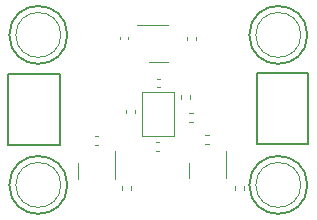
<source format=gbr>
%TF.GenerationSoftware,KiCad,Pcbnew,7.0.8-7.0.8~ubuntu22.04.1*%
%TF.CreationDate,2023-11-20T16:19:22-08:00*%
%TF.ProjectId,uv_abc_sensor,75765f61-6263-45f7-9365-6e736f722e6b,rev?*%
%TF.SameCoordinates,Original*%
%TF.FileFunction,Legend,Top*%
%TF.FilePolarity,Positive*%
%FSLAX46Y46*%
G04 Gerber Fmt 4.6, Leading zero omitted, Abs format (unit mm)*
G04 Created by KiCad (PCBNEW 7.0.8-7.0.8~ubuntu22.04.1) date 2023-11-20 16:19:22*
%MOMM*%
%LPD*%
G01*
G04 APERTURE LIST*
%ADD10C,0.120000*%
%ADD11C,0.150000*%
%ADD12C,0.100000*%
%ADD13C,0.050000*%
G04 APERTURE END LIST*
D10*
%TO.C,R2*%
X60453000Y-66475041D02*
X60453000Y-66167759D01*
X61213000Y-66475041D02*
X61213000Y-66167759D01*
D11*
%TO.C,J2*%
X71866000Y-56580000D02*
X76216000Y-56580000D01*
X76216000Y-59580000D02*
X76216000Y-56580000D01*
X76216000Y-62580000D02*
X76216000Y-59580000D01*
X76216000Y-62580000D02*
X71866000Y-62580000D01*
X71866000Y-62580000D02*
X71866000Y-56580000D01*
D10*
%TO.C,C4*%
X66679400Y-53511564D02*
X66679400Y-53727236D01*
X65959400Y-53511564D02*
X65959400Y-53727236D01*
D12*
%TO.C,U1*%
X62150000Y-58185800D02*
X64850000Y-58185800D01*
X64850000Y-58185800D02*
X64850000Y-61935800D01*
X64850000Y-61935800D02*
X62150000Y-61935800D01*
X62150000Y-61935800D02*
X62150000Y-58185800D01*
D13*
%TO.C,M3*%
X75560000Y-66040000D02*
G75*
G03*
X75560000Y-66040000I-1900000J0D01*
G01*
D11*
X76110000Y-66040000D02*
G75*
G03*
X76110000Y-66040000I-2450000J0D01*
G01*
D10*
%TO.C,R4*%
X58419241Y-62635400D02*
X58111959Y-62635400D01*
X58419241Y-61875400D02*
X58111959Y-61875400D01*
%TO.C,R7*%
X60795000Y-59968641D02*
X60795000Y-59661359D01*
X61555000Y-59968641D02*
X61555000Y-59661359D01*
D11*
%TO.C,J1*%
X55162000Y-62690000D02*
X50812000Y-62690000D01*
X50812000Y-59690000D02*
X50812000Y-62690000D01*
X50812000Y-56690000D02*
X50812000Y-59690000D01*
X50812000Y-56690000D02*
X55162000Y-56690000D01*
X55162000Y-56690000D02*
X55162000Y-62690000D01*
D10*
%TO.C,C3*%
X60939000Y-53486164D02*
X60939000Y-53701836D01*
X60219000Y-53486164D02*
X60219000Y-53701836D01*
%TO.C,R1*%
X66155000Y-58461359D02*
X66155000Y-58768641D01*
X65395000Y-58461359D02*
X65395000Y-58768641D01*
D13*
%TO.C,M2*%
X75560000Y-53340000D02*
G75*
G03*
X75560000Y-53340000I-1900000J0D01*
G01*
D11*
X76110000Y-53340000D02*
G75*
G03*
X76110000Y-53340000I-2450000J0D01*
G01*
D10*
%TO.C,R3*%
X70028800Y-66449641D02*
X70028800Y-66142359D01*
X70788800Y-66449641D02*
X70788800Y-66142359D01*
%TO.C,U2*%
X63500000Y-52526000D02*
X61700000Y-52526000D01*
X63500000Y-52526000D02*
X64300000Y-52526000D01*
X63500000Y-55646000D02*
X62700000Y-55646000D01*
X63500000Y-55646000D02*
X64300000Y-55646000D01*
%TO.C,C2*%
X63552836Y-63135000D02*
X63337164Y-63135000D01*
X63552836Y-62415000D02*
X63337164Y-62415000D01*
D13*
%TO.C,M1*%
X55240000Y-53340000D02*
G75*
G03*
X55240000Y-53340000I-1900000J0D01*
G01*
D11*
X55790000Y-53340000D02*
G75*
G03*
X55790000Y-53340000I-2450000J0D01*
G01*
D13*
%TO.C,M4*%
X55240000Y-66040000D02*
G75*
G03*
X55240000Y-66040000I-1900000J0D01*
G01*
D11*
X55790000Y-66040000D02*
G75*
G03*
X55790000Y-66040000I-2450000J0D01*
G01*
D10*
%TO.C,R6*%
X66106359Y-59920000D02*
X66413641Y-59920000D01*
X66106359Y-60680000D02*
X66413641Y-60680000D01*
%TO.C,Q1*%
X69200200Y-64827100D02*
X69200200Y-63152100D01*
X69200200Y-64827100D02*
X69200200Y-65477100D01*
X66080200Y-64827100D02*
X66080200Y-64177100D01*
X66080200Y-64827100D02*
X66080200Y-65477100D01*
%TO.C,Q2*%
X59823600Y-64873900D02*
X59823600Y-63198900D01*
X59823600Y-64873900D02*
X59823600Y-65523900D01*
X56703600Y-64873900D02*
X56703600Y-64223900D01*
X56703600Y-64873900D02*
X56703600Y-65523900D01*
%TO.C,C1*%
X63607836Y-57760000D02*
X63392164Y-57760000D01*
X63607836Y-57040000D02*
X63392164Y-57040000D01*
%TO.C,R5*%
X67795841Y-62588600D02*
X67488559Y-62588600D01*
X67795841Y-61828600D02*
X67488559Y-61828600D01*
%TD*%
M02*

</source>
